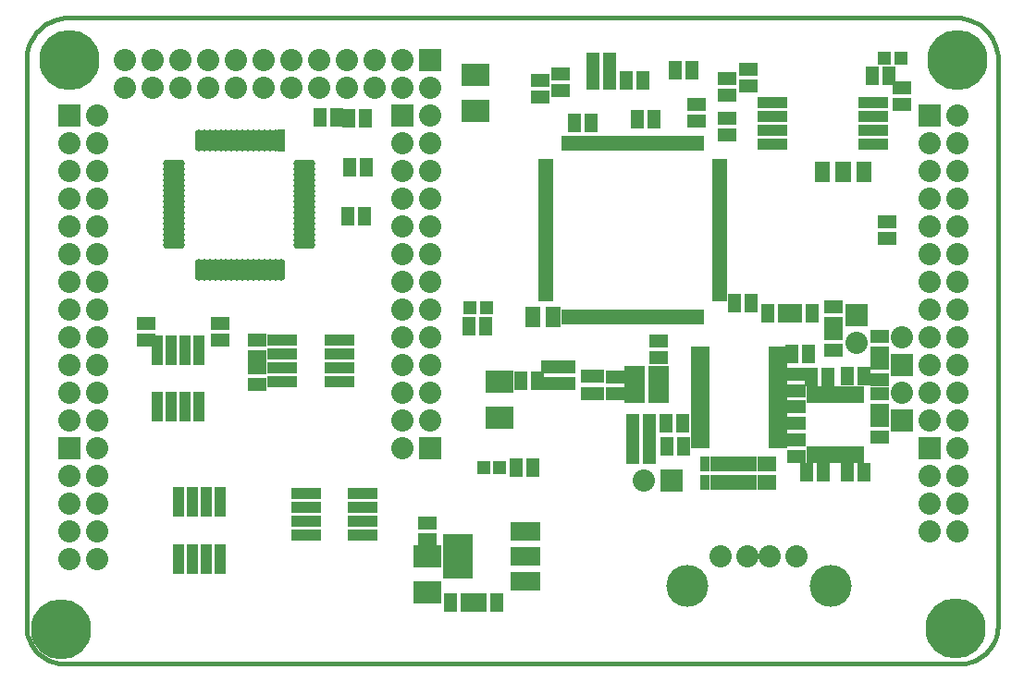
<source format=gts>
G04 (created by PCBNEW-RS274X (2010-00-09 BZR 23xx)-stable) date sáb 03 mar 2012 12:08:15 COT*
G01*
G70*
G90*
%MOIN*%
G04 Gerber Fmt 3.4, Leading zero omitted, Abs format*
%FSLAX34Y34*%
G04 APERTURE LIST*
%ADD10C,0.006000*%
%ADD11C,0.015000*%
%ADD12R,0.035700X0.051400*%
%ADD13R,0.106600X0.043600*%
%ADD14R,0.043600X0.106600*%
%ADD15C,0.216900*%
%ADD16R,0.108000X0.068000*%
%ADD17R,0.108000X0.162000*%
%ADD18R,0.035700X0.059300*%
%ADD19R,0.055000X0.028000*%
%ADD20R,0.028000X0.055000*%
%ADD21R,0.045000X0.065000*%
%ADD22R,0.065000X0.045000*%
%ADD23R,0.080000X0.080000*%
%ADD24C,0.080000*%
%ADD25R,0.100000X0.080000*%
%ADD26R,0.055000X0.075000*%
%ADD27R,0.070000X0.036000*%
%ADD28R,0.033800X0.055400*%
%ADD29R,0.075100X0.067200*%
%ADD30R,0.051400X0.051400*%
%ADD31R,0.029800X0.080000*%
%ADD32O,0.029800X0.080000*%
%ADD33O,0.080000X0.029800*%
%ADD34C,0.151000*%
G04 APERTURE END LIST*
G54D10*
G54D11*
X66520Y-56256D02*
X66520Y-56252D01*
X66358Y-56256D02*
X66520Y-56256D01*
X67953Y-53472D02*
X67953Y-54854D01*
X66547Y-56251D02*
X66665Y-56249D01*
X66783Y-56238D01*
X66900Y-56216D01*
X67014Y-56183D01*
X67125Y-56141D01*
X67232Y-56090D01*
X67334Y-56029D01*
X67431Y-55960D01*
X67521Y-55882D01*
X67604Y-55797D01*
X67679Y-55705D01*
X67746Y-55607D01*
X67804Y-55504D01*
X67853Y-55395D01*
X67892Y-55283D01*
X67922Y-55168D01*
X67941Y-55051D01*
X67950Y-54932D01*
X32953Y-53933D02*
X32953Y-54933D01*
X32955Y-53471D02*
X32955Y-53932D01*
X32959Y-53475D02*
X32955Y-53471D01*
X32952Y-54939D02*
X32961Y-55058D01*
X32980Y-55175D01*
X33010Y-55290D01*
X33049Y-55402D01*
X33098Y-55511D01*
X33156Y-55614D01*
X33223Y-55712D01*
X33298Y-55804D01*
X33381Y-55889D01*
X33471Y-55967D01*
X33568Y-56036D01*
X33670Y-56097D01*
X33777Y-56148D01*
X33888Y-56190D01*
X34002Y-56223D01*
X34119Y-56245D01*
X34237Y-56256D01*
X34355Y-56258D01*
X67955Y-53463D02*
X67955Y-34463D01*
X34357Y-56258D02*
X66357Y-56258D01*
X32955Y-34463D02*
X32955Y-53463D01*
X66455Y-32963D02*
X34455Y-32963D01*
X67955Y-34463D02*
X67949Y-34333D01*
X67932Y-34203D01*
X67903Y-34075D01*
X67864Y-33950D01*
X67814Y-33830D01*
X67754Y-33714D01*
X67683Y-33603D01*
X67604Y-33499D01*
X67515Y-33403D01*
X67419Y-33314D01*
X67315Y-33235D01*
X67205Y-33164D01*
X67088Y-33104D01*
X66968Y-33054D01*
X66843Y-33015D01*
X66715Y-32986D01*
X66585Y-32969D01*
X66455Y-32963D01*
X34455Y-32963D02*
X34325Y-32969D01*
X34195Y-32986D01*
X34067Y-33015D01*
X33942Y-33054D01*
X33822Y-33104D01*
X33706Y-33164D01*
X33595Y-33235D01*
X33491Y-33314D01*
X33395Y-33403D01*
X33306Y-33499D01*
X33227Y-33603D01*
X33156Y-33714D01*
X33096Y-33830D01*
X33046Y-33950D01*
X33007Y-34075D01*
X32978Y-34203D01*
X32961Y-34333D01*
X32955Y-34463D01*
G54D12*
X53605Y-45887D03*
X53350Y-45887D03*
X53095Y-45887D03*
X53095Y-46515D03*
X53350Y-46515D03*
X53605Y-46515D03*
G54D13*
X44218Y-46096D03*
X44218Y-45596D03*
X44218Y-45096D03*
X44218Y-44596D03*
X42172Y-44596D03*
X42172Y-45096D03*
X42172Y-45596D03*
X42172Y-46096D03*
X63461Y-37510D03*
X63461Y-37010D03*
X63461Y-36510D03*
X63461Y-36010D03*
X59839Y-36010D03*
X59839Y-36510D03*
X59839Y-37010D03*
X59839Y-37510D03*
G54D14*
X37673Y-46998D03*
X38173Y-46998D03*
X38673Y-46998D03*
X39173Y-46998D03*
X39173Y-44952D03*
X38673Y-44952D03*
X38173Y-44952D03*
X37673Y-44952D03*
G54D13*
X45070Y-51606D03*
X45070Y-51106D03*
X45070Y-50606D03*
X45070Y-50106D03*
X43024Y-50106D03*
X43024Y-50606D03*
X43024Y-51106D03*
X43024Y-51606D03*
G54D14*
X38415Y-52470D03*
X38915Y-52470D03*
X39415Y-52470D03*
X39915Y-52470D03*
X39915Y-50424D03*
X39415Y-50424D03*
X38915Y-50424D03*
X38415Y-50424D03*
G54D15*
X66425Y-54988D03*
X34500Y-34500D03*
X34197Y-55031D03*
X66500Y-34499D03*
G54D16*
X50941Y-53294D03*
X50941Y-52394D03*
X50941Y-51494D03*
G54D17*
X48501Y-52394D03*
G54D18*
X62966Y-46557D03*
X62716Y-46557D03*
X62466Y-46557D03*
X62216Y-46557D03*
X61966Y-46557D03*
X61716Y-46557D03*
X61466Y-46557D03*
X61216Y-46557D03*
X61216Y-48721D03*
X61466Y-48721D03*
X61716Y-48721D03*
X61966Y-48721D03*
X62216Y-48721D03*
X62466Y-48721D03*
X62716Y-48721D03*
X62966Y-48721D03*
G54D19*
X57919Y-43054D03*
G54D20*
X57228Y-37495D03*
G54D19*
X51669Y-38186D03*
G54D20*
X52360Y-43745D03*
G54D19*
X57919Y-42897D03*
G54D20*
X57071Y-37495D03*
G54D19*
X51669Y-38343D03*
G54D20*
X52517Y-43745D03*
G54D19*
X57919Y-42740D03*
G54D20*
X56914Y-37495D03*
G54D19*
X51669Y-38500D03*
G54D20*
X52674Y-43745D03*
G54D19*
X57919Y-42583D03*
G54D20*
X56757Y-37495D03*
G54D19*
X51669Y-38657D03*
G54D20*
X52831Y-43745D03*
G54D19*
X57919Y-42426D03*
G54D20*
X56600Y-37495D03*
G54D19*
X51669Y-38814D03*
G54D20*
X52988Y-43745D03*
G54D19*
X57919Y-42269D03*
G54D20*
X56443Y-37495D03*
G54D19*
X51669Y-38971D03*
G54D20*
X53145Y-43745D03*
G54D19*
X57919Y-42112D03*
G54D20*
X56286Y-37495D03*
G54D19*
X51669Y-39128D03*
G54D20*
X53302Y-43745D03*
G54D19*
X57919Y-41955D03*
G54D20*
X56129Y-37495D03*
G54D19*
X51669Y-39285D03*
G54D20*
X53459Y-43745D03*
G54D19*
X57919Y-41798D03*
G54D20*
X55972Y-37495D03*
G54D19*
X51669Y-39442D03*
G54D20*
X53616Y-43745D03*
G54D19*
X57919Y-41641D03*
G54D20*
X55815Y-37495D03*
G54D19*
X51669Y-39599D03*
G54D20*
X53773Y-43745D03*
G54D19*
X57919Y-41484D03*
G54D20*
X55658Y-37495D03*
G54D19*
X51669Y-39756D03*
G54D20*
X53930Y-43745D03*
G54D19*
X57919Y-41327D03*
G54D20*
X55501Y-37495D03*
G54D19*
X51669Y-39913D03*
G54D20*
X54087Y-43745D03*
G54D19*
X57919Y-41170D03*
G54D20*
X55344Y-37495D03*
G54D19*
X51669Y-40070D03*
G54D20*
X54244Y-43745D03*
G54D19*
X57919Y-41013D03*
G54D20*
X55187Y-37495D03*
G54D19*
X51669Y-40227D03*
G54D20*
X54401Y-43745D03*
G54D19*
X57919Y-40856D03*
G54D20*
X55030Y-37495D03*
G54D19*
X51669Y-40384D03*
G54D20*
X54558Y-43745D03*
G54D19*
X57919Y-40699D03*
G54D20*
X54873Y-37495D03*
G54D19*
X51669Y-40541D03*
G54D20*
X54715Y-43745D03*
G54D19*
X57919Y-40542D03*
G54D20*
X54716Y-37495D03*
G54D19*
X51669Y-40698D03*
G54D20*
X54872Y-43745D03*
G54D19*
X57919Y-40385D03*
G54D20*
X54559Y-37495D03*
G54D19*
X51669Y-40855D03*
G54D20*
X55029Y-43745D03*
G54D19*
X57919Y-40228D03*
G54D20*
X54402Y-37495D03*
G54D19*
X51669Y-41012D03*
G54D20*
X55186Y-43745D03*
G54D19*
X57919Y-40071D03*
G54D20*
X54245Y-37495D03*
G54D19*
X51669Y-41169D03*
G54D20*
X55343Y-43745D03*
G54D19*
X57919Y-39914D03*
G54D20*
X54088Y-37495D03*
G54D19*
X51669Y-41326D03*
G54D20*
X55500Y-43745D03*
G54D19*
X57919Y-39757D03*
G54D20*
X53931Y-37495D03*
G54D19*
X51669Y-41483D03*
G54D20*
X55657Y-43745D03*
G54D19*
X57919Y-39600D03*
G54D20*
X53774Y-37495D03*
G54D19*
X51669Y-41640D03*
G54D20*
X55814Y-43745D03*
G54D19*
X57919Y-39443D03*
G54D20*
X53617Y-37495D03*
G54D19*
X51669Y-41797D03*
G54D20*
X55971Y-43745D03*
G54D19*
X57919Y-39286D03*
G54D20*
X53460Y-37495D03*
G54D19*
X51669Y-41954D03*
G54D20*
X56128Y-43745D03*
G54D19*
X57919Y-39129D03*
G54D20*
X53303Y-37495D03*
G54D19*
X51669Y-42111D03*
G54D20*
X56285Y-43745D03*
G54D19*
X57919Y-38972D03*
G54D20*
X53146Y-37495D03*
G54D19*
X51669Y-42268D03*
G54D20*
X56442Y-43745D03*
G54D19*
X57919Y-38815D03*
G54D20*
X52989Y-37495D03*
G54D19*
X51669Y-42425D03*
G54D20*
X56599Y-43745D03*
G54D19*
X57919Y-38658D03*
G54D20*
X52832Y-37495D03*
G54D19*
X51669Y-42582D03*
G54D20*
X56756Y-43745D03*
G54D19*
X57919Y-38501D03*
G54D20*
X52675Y-37495D03*
G54D19*
X51669Y-42739D03*
G54D20*
X56913Y-43745D03*
G54D19*
X57919Y-38344D03*
G54D20*
X52518Y-37495D03*
G54D19*
X51669Y-42896D03*
G54D20*
X57070Y-43745D03*
G54D19*
X57919Y-38187D03*
G54D20*
X52361Y-37495D03*
G54D19*
X51669Y-43053D03*
G54D20*
X57227Y-43745D03*
G54D21*
X62515Y-45898D03*
X63115Y-45898D03*
X61836Y-45934D03*
X61236Y-45934D03*
X63143Y-49367D03*
X62543Y-49367D03*
X61678Y-49358D03*
X61078Y-49358D03*
X52692Y-36752D03*
X53292Y-36752D03*
G54D22*
X64508Y-35487D03*
X64508Y-36087D03*
G54D21*
X48913Y-44075D03*
X49513Y-44075D03*
X64040Y-35039D03*
X63440Y-35039D03*
G54D22*
X58209Y-37170D03*
X58209Y-36570D03*
G54D21*
X51211Y-49181D03*
X50611Y-49181D03*
X60269Y-43622D03*
X59669Y-43622D03*
G54D23*
X65500Y-36500D03*
G54D24*
X66500Y-36500D03*
X65500Y-37500D03*
X66500Y-37500D03*
X65500Y-38500D03*
X66500Y-38500D03*
X65500Y-39500D03*
X66500Y-39500D03*
X65500Y-40500D03*
X66500Y-40500D03*
X65500Y-41500D03*
X66500Y-41500D03*
X65500Y-42500D03*
X66500Y-42500D03*
X65500Y-43500D03*
X66500Y-43500D03*
X65500Y-44500D03*
X66500Y-44500D03*
X65500Y-45500D03*
X66500Y-45500D03*
X65500Y-46500D03*
X66500Y-46500D03*
X65500Y-47500D03*
X66500Y-47500D03*
G54D25*
X50000Y-46082D03*
X50000Y-47382D03*
G54D26*
X51938Y-43752D03*
X51188Y-43752D03*
G54D22*
X52185Y-35595D03*
X52185Y-34995D03*
X51476Y-35812D03*
X51476Y-35212D03*
G54D21*
X53981Y-34567D03*
X53381Y-34567D03*
X53981Y-35217D03*
X53381Y-35217D03*
X54562Y-35217D03*
X55162Y-35217D03*
X56334Y-34843D03*
X56934Y-34843D03*
G54D22*
X58209Y-35153D03*
X58209Y-35753D03*
X57087Y-36698D03*
X57087Y-36098D03*
G54D21*
X55576Y-36634D03*
X54976Y-36634D03*
G54D22*
X58965Y-35434D03*
X58965Y-34834D03*
X62025Y-44361D03*
X62025Y-44961D03*
X63705Y-46530D03*
X63705Y-47130D03*
X62025Y-43993D03*
X62025Y-43393D03*
X63957Y-40910D03*
X63957Y-40310D03*
X63704Y-45417D03*
X63704Y-46017D03*
G54D21*
X55410Y-48717D03*
X54810Y-48717D03*
X55410Y-48146D03*
X54810Y-48146D03*
X55410Y-47571D03*
X54810Y-47571D03*
G54D22*
X52409Y-45550D03*
X52409Y-46150D03*
G54D21*
X51363Y-46055D03*
X50763Y-46055D03*
G54D22*
X51835Y-46150D03*
X51835Y-45550D03*
X54165Y-45909D03*
X54165Y-46509D03*
X55740Y-44625D03*
X55740Y-45225D03*
G54D23*
X65500Y-48500D03*
G54D24*
X66500Y-48500D03*
X65500Y-49500D03*
X66500Y-49500D03*
X65500Y-50500D03*
X66500Y-50500D03*
X65500Y-51500D03*
X66500Y-51500D03*
G54D23*
X64500Y-47500D03*
G54D24*
X64500Y-46500D03*
G54D23*
X64500Y-45500D03*
G54D24*
X64500Y-44500D03*
G54D23*
X47500Y-48500D03*
G54D24*
X46500Y-48500D03*
G54D23*
X62851Y-43673D03*
G54D24*
X62851Y-44673D03*
G54D22*
X63704Y-44452D03*
X63704Y-45052D03*
G54D21*
X58476Y-43264D03*
X59076Y-43264D03*
G54D22*
X63709Y-48098D03*
X63709Y-47498D03*
G54D21*
X61265Y-43622D03*
X60665Y-43622D03*
G54D27*
X60022Y-48327D03*
X60022Y-48077D03*
X60022Y-47817D03*
X60022Y-47557D03*
X60022Y-47307D03*
X60022Y-47047D03*
X60022Y-46787D03*
X60022Y-46537D03*
X60022Y-46277D03*
X60022Y-46027D03*
X60022Y-45767D03*
X60022Y-45507D03*
X60022Y-45257D03*
X60022Y-44997D03*
X57222Y-44997D03*
X57222Y-45257D03*
X57222Y-45497D03*
X57222Y-45767D03*
X57222Y-46027D03*
X57222Y-46277D03*
X57222Y-46537D03*
X57222Y-46787D03*
X57222Y-47047D03*
X57222Y-47307D03*
X57222Y-47557D03*
X57222Y-47817D03*
X57222Y-48077D03*
X57222Y-48327D03*
G54D22*
X60693Y-48784D03*
X60693Y-48184D03*
X60697Y-46430D03*
X60697Y-45830D03*
X60697Y-46980D03*
X60697Y-47580D03*
G54D23*
X46500Y-36500D03*
G54D24*
X47500Y-36500D03*
X46500Y-37500D03*
X47500Y-37500D03*
X46500Y-38500D03*
X47500Y-38500D03*
X46500Y-39500D03*
X47500Y-39500D03*
X46500Y-40500D03*
X47500Y-40500D03*
X46500Y-41500D03*
X47500Y-41500D03*
X46500Y-42500D03*
X47500Y-42500D03*
X46500Y-43500D03*
X47500Y-43500D03*
X46500Y-44500D03*
X47500Y-44500D03*
X46500Y-45500D03*
X47500Y-45500D03*
X46500Y-46500D03*
X47500Y-46500D03*
X46500Y-47500D03*
X47500Y-47500D03*
G54D28*
X57413Y-49713D03*
X57413Y-49044D03*
X57748Y-49044D03*
X57748Y-49713D03*
X59472Y-49713D03*
X59472Y-49044D03*
X59807Y-49044D03*
X59807Y-49713D03*
X58764Y-49720D03*
X58764Y-49051D03*
X59099Y-49051D03*
X59099Y-49720D03*
X58083Y-49713D03*
X58083Y-49044D03*
X58418Y-49044D03*
X58418Y-49713D03*
G54D29*
X55740Y-45862D03*
X54874Y-45862D03*
X54874Y-46531D03*
X55740Y-46531D03*
G54D23*
X56193Y-49654D03*
G54D24*
X55193Y-49654D03*
G54D30*
X49415Y-49181D03*
X50005Y-49181D03*
X64468Y-34409D03*
X63878Y-34409D03*
X48937Y-43425D03*
X49527Y-43425D03*
G54D25*
X49122Y-36315D03*
X49122Y-35015D03*
G54D21*
X49895Y-54063D03*
X49295Y-54063D03*
X48229Y-54063D03*
X48829Y-54063D03*
X45180Y-36588D03*
X44580Y-36588D03*
X43530Y-36563D03*
X44130Y-36563D03*
X44605Y-38363D03*
X45205Y-38363D03*
G54D31*
X42115Y-37381D03*
G54D32*
X41918Y-37381D03*
X41721Y-37381D03*
X41524Y-37381D03*
X41327Y-37381D03*
X41131Y-37381D03*
X40934Y-37381D03*
X40737Y-37381D03*
X40540Y-37381D03*
X40343Y-37381D03*
X40146Y-37381D03*
X39950Y-37381D03*
X39753Y-37381D03*
X39556Y-37381D03*
X39359Y-37381D03*
X39162Y-37381D03*
G54D33*
X38264Y-38216D03*
X38264Y-38413D03*
X38264Y-38610D03*
X38264Y-38807D03*
X38264Y-39004D03*
X38264Y-39200D03*
X38264Y-39397D03*
X38264Y-39594D03*
X38264Y-39791D03*
X38264Y-39988D03*
X38264Y-40185D03*
X38264Y-40381D03*
X38264Y-40578D03*
X38264Y-40775D03*
X38264Y-40972D03*
X38264Y-41169D03*
G54D32*
X39162Y-42067D03*
X39359Y-42067D03*
X39556Y-42067D03*
X39753Y-42067D03*
X39950Y-42067D03*
X40146Y-42067D03*
X40343Y-42067D03*
X40540Y-42067D03*
X40737Y-42067D03*
X40934Y-42067D03*
X41131Y-42067D03*
X41327Y-42067D03*
X41524Y-42067D03*
X41721Y-42067D03*
X41918Y-42067D03*
X42115Y-42067D03*
G54D33*
X42950Y-41169D03*
X42950Y-40972D03*
X42950Y-40578D03*
X42957Y-40775D03*
X42950Y-40381D03*
X42950Y-40185D03*
X42950Y-39988D03*
X42950Y-39791D03*
X42950Y-39594D03*
X42950Y-39397D03*
X42950Y-39203D03*
X42950Y-39006D03*
X42950Y-38809D03*
X42950Y-38612D03*
X42950Y-38416D03*
X42950Y-38219D03*
G54D25*
X47398Y-52397D03*
X47398Y-53697D03*
G54D22*
X47394Y-51788D03*
X47394Y-51188D03*
G54D23*
X34500Y-36500D03*
G54D24*
X35500Y-36500D03*
X34500Y-37500D03*
X35500Y-37500D03*
X34500Y-38500D03*
X35500Y-38500D03*
X34500Y-39500D03*
X35500Y-39500D03*
X34500Y-40500D03*
X35500Y-40500D03*
X34500Y-41500D03*
X35500Y-41500D03*
X34500Y-42500D03*
X35500Y-42500D03*
X34500Y-43500D03*
X35500Y-43500D03*
X34500Y-44500D03*
X35500Y-44500D03*
X34500Y-45500D03*
X35500Y-45500D03*
X34500Y-46500D03*
X35500Y-46500D03*
X34500Y-47500D03*
X35500Y-47500D03*
G54D23*
X47500Y-34500D03*
G54D24*
X47500Y-35500D03*
X46500Y-34500D03*
X46500Y-35500D03*
X45500Y-34500D03*
X45500Y-35500D03*
X44500Y-34500D03*
X44500Y-35500D03*
X43500Y-34500D03*
X43500Y-35500D03*
X42500Y-34500D03*
X42500Y-35500D03*
X41500Y-34500D03*
X41500Y-35500D03*
X40500Y-34500D03*
X40500Y-35500D03*
X39500Y-34500D03*
X39500Y-35500D03*
X38500Y-34500D03*
X38500Y-35500D03*
X37500Y-34500D03*
X37500Y-35500D03*
X36500Y-34500D03*
X36500Y-35500D03*
G54D22*
X39921Y-43980D03*
X39921Y-44580D03*
X37256Y-43991D03*
X37256Y-44591D03*
G54D21*
X56620Y-48406D03*
X56020Y-48406D03*
X56612Y-47602D03*
X56012Y-47602D03*
G54D22*
X41272Y-45588D03*
X41272Y-46188D03*
X41264Y-45200D03*
X41264Y-44600D03*
G54D21*
X44545Y-40105D03*
X45145Y-40105D03*
G54D23*
X34490Y-48499D03*
G54D24*
X35490Y-48499D03*
X34490Y-49499D03*
X35490Y-49499D03*
X34490Y-50499D03*
X35490Y-50499D03*
X34490Y-51499D03*
X35490Y-51499D03*
X34490Y-52499D03*
X35490Y-52499D03*
X59729Y-52371D03*
X58941Y-52371D03*
X60713Y-52371D03*
G54D34*
X61920Y-53441D03*
X56750Y-53441D03*
G54D24*
X57957Y-52371D03*
G54D26*
X63135Y-38520D03*
X62385Y-38520D03*
X62380Y-38524D03*
X61630Y-38524D03*
G54D21*
X60523Y-45094D03*
X61123Y-45094D03*
M02*

</source>
